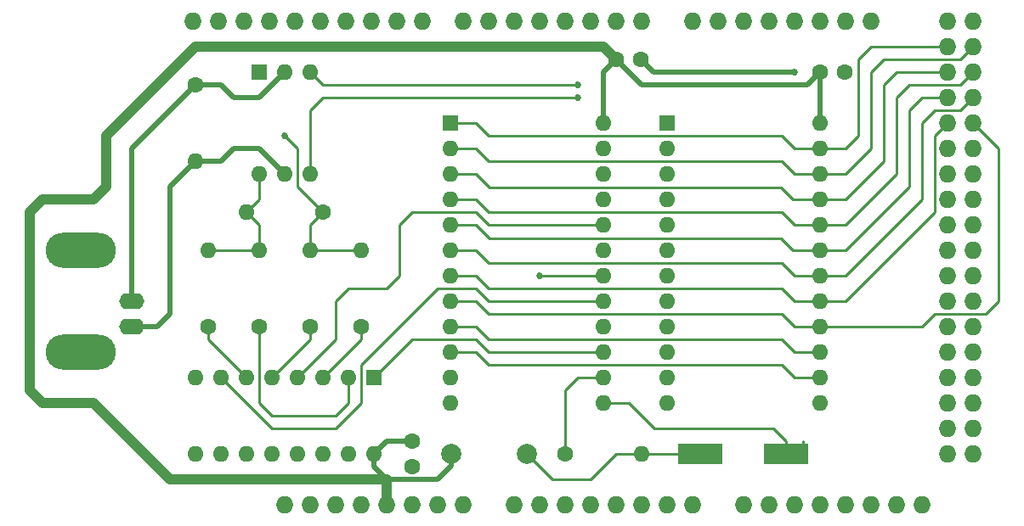
<source format=gbr>
G04 #@! TF.GenerationSoftware,KiCad,Pcbnew,5.1.4*
G04 #@! TF.CreationDate,2019-10-06T12:07:38-05:00*
G04 #@! TF.ProjectId,hardware,68617264-7761-4726-952e-6b696361645f,rev?*
G04 #@! TF.SameCoordinates,Original*
G04 #@! TF.FileFunction,Copper,L1,Top*
G04 #@! TF.FilePolarity,Positive*
%FSLAX46Y46*%
G04 Gerber Fmt 4.6, Leading zero omitted, Abs format (unit mm)*
G04 Created by KiCad (PCBNEW 5.1.4) date 2019-10-06 12:07:38*
%MOMM*%
%LPD*%
G04 APERTURE LIST*
%ADD10O,1.727200X1.727200*%
%ADD11R,1.600000X1.600000*%
%ADD12O,1.600000X1.600000*%
%ADD13C,1.600000*%
%ADD14R,4.500000X2.000000*%
%ADD15C,2.000000*%
%ADD16O,7.000000X3.500000*%
%ADD17O,2.500000X1.600000*%
%ADD18C,0.685800*%
%ADD19C,0.254000*%
%ADD20C,0.508000*%
%ADD21C,1.016000*%
G04 APERTURE END LIST*
D10*
X240030000Y-63500000D03*
X237490000Y-63500000D03*
X240030000Y-60960000D03*
X237490000Y-60960000D03*
X240030000Y-58420000D03*
X237490000Y-58420000D03*
X240030000Y-55880000D03*
X237490000Y-55880000D03*
X240030000Y-53340000D03*
X237490000Y-53340000D03*
X240030000Y-50800000D03*
X237490000Y-50800000D03*
X240030000Y-48260000D03*
X237490000Y-48260000D03*
X240030000Y-45720000D03*
X237490000Y-45720000D03*
X240030000Y-43180000D03*
X237490000Y-43180000D03*
X240030000Y-40640000D03*
X237490000Y-40640000D03*
X240030000Y-38100000D03*
X237490000Y-38100000D03*
X240030000Y-35560000D03*
X237490000Y-35560000D03*
X240030000Y-33020000D03*
X237490000Y-33020000D03*
X240030000Y-30480000D03*
X237490000Y-30480000D03*
X240030000Y-27940000D03*
X237490000Y-27940000D03*
X240030000Y-25400000D03*
X237490000Y-25400000D03*
X240030000Y-22860000D03*
X237490000Y-22860000D03*
X240030000Y-20320000D03*
X237490000Y-20320000D03*
X234950000Y-68580000D03*
X232410000Y-68580000D03*
X229870000Y-68580000D03*
X227330000Y-68580000D03*
X224790000Y-68580000D03*
X222250000Y-68580000D03*
X219710000Y-68580000D03*
X217170000Y-68580000D03*
X212090000Y-68580000D03*
X209550000Y-68580000D03*
X207010000Y-68580000D03*
X204470000Y-68580000D03*
X201930000Y-68580000D03*
X199390000Y-68580000D03*
X196850000Y-68580000D03*
X171450000Y-68580000D03*
X177546000Y-20320000D03*
X175006000Y-20320000D03*
X172466000Y-20320000D03*
X167386000Y-20320000D03*
X164846000Y-20320000D03*
X162306000Y-20320000D03*
X180086000Y-20320000D03*
X182626000Y-20320000D03*
X185166000Y-20320000D03*
X169926000Y-20320000D03*
X189230000Y-20320000D03*
X191770000Y-20320000D03*
X194310000Y-20320000D03*
X196850000Y-20320000D03*
X199390000Y-20320000D03*
X201930000Y-20320000D03*
X204470000Y-20320000D03*
X207010000Y-20320000D03*
X212090000Y-20320000D03*
X214630000Y-20320000D03*
X217170000Y-20320000D03*
X219710000Y-20320000D03*
X222250000Y-20320000D03*
X224790000Y-20320000D03*
X227330000Y-20320000D03*
X229870000Y-20320000D03*
X173990000Y-68580000D03*
X176530000Y-68580000D03*
X179070000Y-68580000D03*
X181610000Y-68580000D03*
X184150000Y-68580000D03*
X186690000Y-68580000D03*
X189230000Y-68580000D03*
X194310000Y-68580000D03*
D11*
X180340000Y-55880000D03*
D12*
X162560000Y-63500000D03*
X177800000Y-55880000D03*
X165100000Y-63500000D03*
X175260000Y-55880000D03*
X167640000Y-63500000D03*
X172720000Y-55880000D03*
X170180000Y-63500000D03*
X170180000Y-55880000D03*
X172720000Y-63500000D03*
X167640000Y-55880000D03*
X175260000Y-63500000D03*
X165100000Y-55880000D03*
X177800000Y-63500000D03*
X162560000Y-55880000D03*
X180340000Y-63500000D03*
X167640000Y-39370000D03*
D13*
X175260000Y-39370000D03*
X173990000Y-50800000D03*
D12*
X173990000Y-43180000D03*
X179070000Y-43180000D03*
D13*
X179070000Y-50800000D03*
X168910000Y-50800000D03*
D12*
X168910000Y-43180000D03*
X163830000Y-43180000D03*
D13*
X163830000Y-50800000D03*
D12*
X173990000Y-35560000D03*
X171450000Y-25400000D03*
X173990000Y-25400000D03*
X168910000Y-35560000D03*
X171450000Y-35560000D03*
D11*
X168910000Y-25400000D03*
D14*
X221420000Y-63500000D03*
X212920000Y-63500000D03*
D13*
X184150000Y-64730000D03*
X184150000Y-62230000D03*
X227290000Y-25400000D03*
X224790000Y-25400000D03*
X206970000Y-24130000D03*
X204470000Y-24130000D03*
D15*
X188080000Y-63500000D03*
X195580000Y-63500000D03*
D11*
X187960000Y-30480000D03*
D12*
X203200000Y-58420000D03*
X187960000Y-33020000D03*
X203200000Y-55880000D03*
X187960000Y-35560000D03*
X203200000Y-53340000D03*
X187960000Y-38100000D03*
X203200000Y-50800000D03*
X187960000Y-40640000D03*
X203200000Y-48260000D03*
X187960000Y-43180000D03*
X203200000Y-45720000D03*
X187960000Y-45720000D03*
X203200000Y-43180000D03*
X187960000Y-48260000D03*
X203200000Y-40640000D03*
X187960000Y-50800000D03*
X203200000Y-38100000D03*
X187960000Y-53340000D03*
X203200000Y-35560000D03*
X187960000Y-55880000D03*
X203200000Y-33020000D03*
X187960000Y-58420000D03*
X203200000Y-30480000D03*
X224790000Y-30480000D03*
X209550000Y-58420000D03*
X224790000Y-33020000D03*
X209550000Y-55880000D03*
X224790000Y-35560000D03*
X209550000Y-53340000D03*
X224790000Y-38100000D03*
X209550000Y-50800000D03*
X224790000Y-40640000D03*
X209550000Y-48260000D03*
X224790000Y-43180000D03*
X209550000Y-45720000D03*
X224790000Y-45720000D03*
X209550000Y-43180000D03*
X224790000Y-48260000D03*
X209550000Y-40640000D03*
X224790000Y-50800000D03*
X209550000Y-38100000D03*
X224790000Y-53340000D03*
X209550000Y-35560000D03*
X224790000Y-55880000D03*
X209550000Y-33020000D03*
X224790000Y-58420000D03*
D11*
X209550000Y-30480000D03*
D16*
X151130000Y-53340000D03*
X151130000Y-43180000D03*
D17*
X156210000Y-48260000D03*
X156210000Y-50800000D03*
D13*
X162560000Y-26670000D03*
D12*
X162560000Y-34290000D03*
D13*
X199390000Y-63500000D03*
D12*
X207010000Y-63500000D03*
D18*
X222250000Y-25400000D03*
X171450000Y-31750000D03*
X200660000Y-26670000D03*
X200660000Y-27940000D03*
X196850000Y-45720000D03*
D19*
X204470000Y-63500000D02*
X211232500Y-63500000D01*
X201930000Y-66040000D02*
X204470000Y-63500000D01*
X195580000Y-63500000D02*
X198120000Y-66040000D01*
X198120000Y-66040000D02*
X201930000Y-66040000D01*
D20*
X160020000Y-36830000D02*
X162560000Y-34290000D01*
X160020000Y-49530000D02*
X160020000Y-36830000D01*
X156210000Y-50800000D02*
X158750000Y-50800000D01*
X158750000Y-50800000D02*
X160020000Y-49530000D01*
X165100000Y-34290000D02*
X162560000Y-34290000D01*
X168910000Y-33020000D02*
X166370000Y-33020000D01*
X171450000Y-35560000D02*
X168910000Y-33020000D01*
X166370000Y-33020000D02*
X165100000Y-34290000D01*
X156210000Y-33020000D02*
X156210000Y-48260000D01*
X162560000Y-26670000D02*
X156210000Y-33020000D01*
X162560000Y-26670000D02*
X165100000Y-26670000D01*
X168910000Y-27940000D02*
X171450000Y-25400000D01*
X165100000Y-26670000D02*
X166370000Y-27940000D01*
X166370000Y-27940000D02*
X168910000Y-27940000D01*
D19*
X224790000Y-55880000D02*
X222250000Y-55880000D01*
X222250000Y-55880000D02*
X220980000Y-54610000D01*
X187960000Y-53340000D02*
X190500000Y-53340000D01*
X190500000Y-53340000D02*
X191770000Y-54610000D01*
X191770000Y-54610000D02*
X220980000Y-54610000D01*
X187960000Y-50800000D02*
X190500000Y-50800000D01*
X190500000Y-50800000D02*
X191770000Y-52070000D01*
X191770000Y-52070000D02*
X220980000Y-52070000D01*
X220980000Y-52070000D02*
X222250000Y-53340000D01*
X222250000Y-53340000D02*
X224790000Y-53340000D01*
X224790000Y-50800000D02*
X222250000Y-50800000D01*
X222250000Y-50800000D02*
X220980000Y-49530000D01*
X220980000Y-49530000D02*
X191770000Y-49530000D01*
X191770000Y-49530000D02*
X190500000Y-48260000D01*
X190500000Y-48260000D02*
X187960000Y-48260000D01*
X234950000Y-50800000D02*
X224790000Y-50800000D01*
X236220000Y-49530000D02*
X234950000Y-50800000D01*
X241300000Y-49530000D02*
X236220000Y-49530000D01*
X242570000Y-48260000D02*
X241300000Y-49530000D01*
X242570000Y-33020000D02*
X242570000Y-48260000D01*
X240030000Y-30480000D02*
X242570000Y-33020000D01*
X237490000Y-30480000D02*
X236220000Y-31750000D01*
X236220000Y-31750000D02*
X236220000Y-39370000D01*
X236220000Y-39370000D02*
X227330000Y-48260000D01*
X227330000Y-48260000D02*
X224790000Y-48260000D01*
X187960000Y-45720000D02*
X190500000Y-45720000D01*
X190500000Y-45720000D02*
X191770000Y-46990000D01*
X191770000Y-46990000D02*
X220980000Y-46990000D01*
X220980000Y-46990000D02*
X222250000Y-48260000D01*
X222250000Y-48260000D02*
X224790000Y-48260000D01*
X224790000Y-45720000D02*
X227330000Y-45720000D01*
X227330000Y-45720000D02*
X234950000Y-38100000D01*
X234950000Y-38100000D02*
X234950000Y-30480000D01*
X234950000Y-30480000D02*
X236220000Y-29210000D01*
X236220000Y-29210000D02*
X238760000Y-29210000D01*
X238760000Y-29210000D02*
X240030000Y-27940000D01*
X224790000Y-45720000D02*
X222250000Y-45720000D01*
X222250000Y-45720000D02*
X220980000Y-44450000D01*
X220980000Y-44450000D02*
X191770000Y-44450000D01*
X191770000Y-44450000D02*
X190500000Y-43180000D01*
X190500000Y-43180000D02*
X187960000Y-43180000D01*
X227330000Y-43180000D02*
X233680000Y-36830000D01*
X233680000Y-36830000D02*
X233680000Y-29210000D01*
X224790000Y-43180000D02*
X227330000Y-43180000D01*
X233680000Y-29210000D02*
X234950000Y-27940000D01*
X234950000Y-27940000D02*
X237490000Y-27940000D01*
X220891001Y-41998999D02*
X222072002Y-43180000D01*
X222072002Y-43180000D02*
X224790000Y-43180000D01*
X191858999Y-41998999D02*
X220891001Y-41998999D01*
X187960000Y-40640000D02*
X190500000Y-40640000D01*
X190500000Y-40640000D02*
X191858999Y-41998999D01*
X238760000Y-26670000D02*
X240030000Y-25400000D01*
X227330000Y-40640000D02*
X232410000Y-35560000D01*
X233680000Y-26670000D02*
X238760000Y-26670000D01*
X224790000Y-40640000D02*
X227330000Y-40640000D01*
X232410000Y-35560000D02*
X232410000Y-27940000D01*
X232410000Y-27940000D02*
X233680000Y-26670000D01*
X187960000Y-38100000D02*
X190500000Y-38100000D01*
X190500000Y-38100000D02*
X191770000Y-39370000D01*
X191770000Y-39370000D02*
X220980000Y-39370000D01*
X220980000Y-39370000D02*
X222250000Y-40640000D01*
X222250000Y-40640000D02*
X224790000Y-40640000D01*
X227330000Y-38100000D02*
X231140000Y-34290000D01*
X231140000Y-34290000D02*
X231140000Y-26670000D01*
X231140000Y-26670000D02*
X232410000Y-25400000D01*
X224790000Y-38100000D02*
X227330000Y-38100000D01*
X232410000Y-25400000D02*
X237490000Y-25400000D01*
X222072002Y-38100000D02*
X224790000Y-38100000D01*
X191858999Y-36918999D02*
X220891001Y-36918999D01*
X187960000Y-35560000D02*
X190500000Y-35560000D01*
X220891001Y-36918999D02*
X222072002Y-38100000D01*
X190500000Y-35560000D02*
X191858999Y-36918999D01*
X238760000Y-24130000D02*
X240030000Y-22860000D01*
X227330000Y-35560000D02*
X229870000Y-33020000D01*
X231140000Y-24130000D02*
X238760000Y-24130000D01*
X224790000Y-35560000D02*
X227330000Y-35560000D01*
X229870000Y-33020000D02*
X229870000Y-25400000D01*
X229870000Y-25400000D02*
X231140000Y-24130000D01*
X224790000Y-35560000D02*
X222250000Y-35560000D01*
X222250000Y-35560000D02*
X220980000Y-34290000D01*
X220980000Y-34290000D02*
X191770000Y-34290000D01*
X191770000Y-34290000D02*
X190500000Y-33020000D01*
X190500000Y-33020000D02*
X187960000Y-33020000D01*
X227330000Y-33020000D02*
X228600000Y-31750000D01*
X228600000Y-31750000D02*
X228600000Y-24130000D01*
X228600000Y-24130000D02*
X229870000Y-22860000D01*
X229870000Y-22860000D02*
X237490000Y-22860000D01*
X224790000Y-33020000D02*
X227330000Y-33020000D01*
X224790000Y-33020000D02*
X222250000Y-33020000D01*
X222250000Y-33020000D02*
X220980000Y-31750000D01*
X187960000Y-30480000D02*
X190500000Y-30480000D01*
X190500000Y-30480000D02*
X191770000Y-31750000D01*
X191770000Y-31750000D02*
X220980000Y-31750000D01*
D20*
X208240000Y-25400000D02*
X222250000Y-25400000D01*
X206970000Y-24130000D02*
X208240000Y-25400000D01*
D19*
X173990000Y-43180000D02*
X179070000Y-43180000D01*
X172720000Y-36830000D02*
X172720000Y-33020000D01*
X171450000Y-31750000D02*
X172720000Y-33020000D01*
X175260000Y-39370000D02*
X172720000Y-36830000D01*
X173990000Y-40640000D02*
X175260000Y-39370000D01*
X173990000Y-43180000D02*
X173990000Y-40640000D01*
X179070000Y-50800000D02*
X179070000Y-52070000D01*
X179070000Y-52070000D02*
X175260000Y-55880000D01*
X173990000Y-52070000D02*
X173990000Y-50800000D01*
X173990000Y-52070000D02*
X170180000Y-55880000D01*
X163830000Y-43180000D02*
X168910000Y-43180000D01*
X168910000Y-40640000D02*
X167640000Y-39370000D01*
X168910000Y-38100000D02*
X168910000Y-35560000D01*
X167640000Y-39370000D02*
X168910000Y-38100000D01*
X168910000Y-43180000D02*
X168910000Y-40640000D01*
X163830000Y-50800000D02*
X163830000Y-52070000D01*
X163830000Y-52070000D02*
X167640000Y-55880000D01*
X177800000Y-58420000D02*
X177800000Y-55880000D01*
X176530000Y-59690000D02*
X177800000Y-58420000D01*
X170180000Y-59690000D02*
X176530000Y-59690000D01*
X168910000Y-50800000D02*
X168910000Y-58420000D01*
X168910000Y-58420000D02*
X170180000Y-59690000D01*
X203200000Y-55880000D02*
X200660000Y-55880000D01*
X200660000Y-55880000D02*
X199390000Y-57150000D01*
X199390000Y-57150000D02*
X199390000Y-63500000D01*
X198120000Y-26670000D02*
X189230000Y-26670000D01*
X175260000Y-26670000D02*
X189230000Y-26670000D01*
X173990000Y-25400000D02*
X175260000Y-26670000D01*
X198120000Y-26670000D02*
X200660000Y-26670000D01*
X173990000Y-29210000D02*
X173990000Y-35560000D01*
X200660000Y-27940000D02*
X175260000Y-27940000D01*
X175260000Y-27940000D02*
X173990000Y-29210000D01*
X223107500Y-62246000D02*
X223107500Y-63500000D01*
X220134000Y-60960000D02*
X221420000Y-62246000D01*
X221420000Y-62246000D02*
X221420000Y-63500000D01*
X208280000Y-60960000D02*
X220134000Y-60960000D01*
X205740000Y-58420000D02*
X208280000Y-60960000D01*
X203200000Y-58420000D02*
X205740000Y-58420000D01*
X203200000Y-53340000D02*
X191770000Y-53340000D01*
X191770000Y-53340000D02*
X190500000Y-52070000D01*
X190500000Y-52070000D02*
X184150000Y-52070000D01*
X184150000Y-52070000D02*
X180340000Y-55880000D01*
X203200000Y-48260000D02*
X191770000Y-48260000D01*
X191770000Y-48260000D02*
X190500000Y-46990000D01*
X184150000Y-49530000D02*
X179070000Y-54610000D01*
X179070000Y-54610000D02*
X179070000Y-58420000D01*
X179070000Y-58420000D02*
X176530000Y-60960000D01*
X176530000Y-60960000D02*
X170180000Y-60960000D01*
X170180000Y-60960000D02*
X165100000Y-55880000D01*
X184150000Y-49530000D02*
X186690000Y-46990000D01*
X186690000Y-46990000D02*
X190500000Y-46990000D01*
X191770000Y-40640000D02*
X190500000Y-39370000D01*
X203200000Y-40640000D02*
X191770000Y-40640000D01*
X176530000Y-52070000D02*
X176530000Y-48260000D01*
X172720000Y-55880000D02*
X176530000Y-52070000D01*
X190500000Y-39370000D02*
X185420000Y-39370000D01*
X185420000Y-39370000D02*
X184150000Y-39370000D01*
X184150000Y-39370000D02*
X182880000Y-40640000D01*
X176530000Y-48260000D02*
X177800000Y-46990000D01*
X177800000Y-46990000D02*
X181610000Y-46990000D01*
X181610000Y-46990000D02*
X182880000Y-45720000D01*
X182880000Y-40640000D02*
X182880000Y-45720000D01*
D20*
X203200000Y-25400000D02*
X203200000Y-30480000D01*
X224790000Y-25400000D02*
X224790000Y-30480000D01*
X204470000Y-24130000D02*
X207010000Y-26670000D01*
X207010000Y-26670000D02*
X223520000Y-26670000D01*
X223520000Y-26670000D02*
X224790000Y-25400000D01*
X204470000Y-24130000D02*
X203200000Y-25400000D01*
X180340000Y-63500000D02*
X180340000Y-64770000D01*
X180340000Y-64770000D02*
X181610000Y-66040000D01*
X180340000Y-63500000D02*
X181610000Y-62230000D01*
X181610000Y-62230000D02*
X184150000Y-62230000D01*
X188080000Y-64650000D02*
X188080000Y-63500000D01*
X181610000Y-66040000D02*
X186690000Y-66040000D01*
X186690000Y-66040000D02*
X188080000Y-64650000D01*
D21*
X162560000Y-22860000D02*
X203200000Y-22860000D01*
X147320000Y-58420000D02*
X146050000Y-57150000D01*
X152400000Y-38100000D02*
X153670000Y-36830000D01*
X179070000Y-66040000D02*
X160020000Y-66040000D01*
X160020000Y-66040000D02*
X152400000Y-58420000D01*
X147320000Y-38100000D02*
X152400000Y-38100000D01*
X152400000Y-58420000D02*
X147320000Y-58420000D01*
X146050000Y-57150000D02*
X146050000Y-39370000D01*
X146050000Y-39370000D02*
X147320000Y-38100000D01*
X153670000Y-31750000D02*
X162560000Y-22860000D01*
X203200000Y-22860000D02*
X204470000Y-24130000D01*
X153670000Y-36830000D02*
X153670000Y-31750000D01*
X181610000Y-66040000D02*
X179070000Y-66040000D01*
X181610000Y-66040000D02*
X181610000Y-68580000D01*
D19*
X203200000Y-45720000D02*
X196850000Y-45720000D01*
X196850000Y-45720000D02*
X196850000Y-45720000D01*
M02*

</source>
